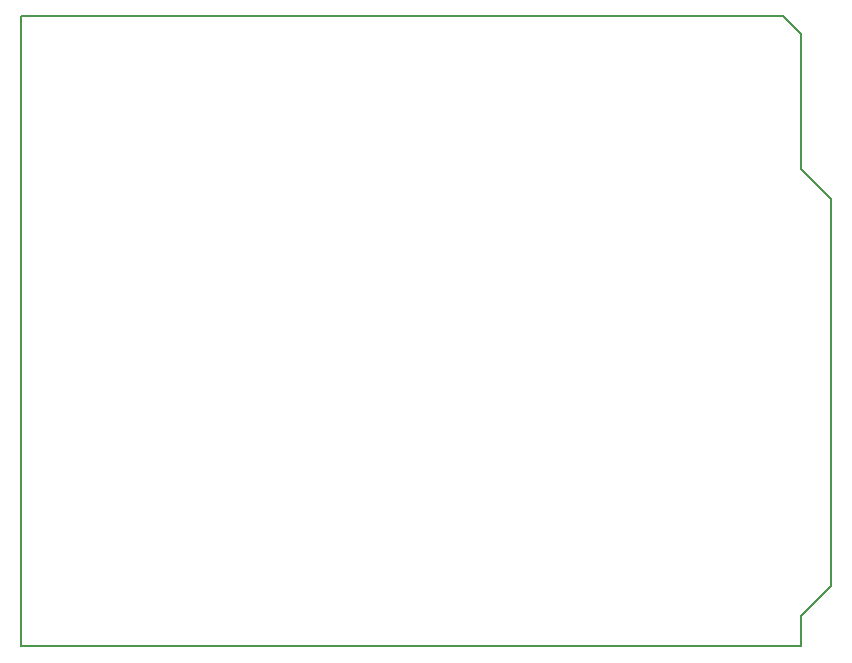
<source format=gbr>
G04 #@! TF.GenerationSoftware,KiCad,Pcbnew,(5.0.0)*
G04 #@! TF.CreationDate,2019-03-29T10:48:20+00:00*
G04 #@! TF.ProjectId,Actuators,4163747561746F72732E6B696361645F,rev?*
G04 #@! TF.SameCoordinates,Original*
G04 #@! TF.FileFunction,Profile,NP*
%FSLAX46Y46*%
G04 Gerber Fmt 4.6, Leading zero omitted, Abs format (unit mm)*
G04 Created by KiCad (PCBNEW (5.0.0)) date 03/29/19 10:48:20*
%MOMM*%
%LPD*%
G01*
G04 APERTURE LIST*
%ADD10C,0.150000*%
G04 APERTURE END LIST*
D10*
X177038000Y-74549000D02*
X175514000Y-73025000D01*
X177038000Y-85979000D02*
X177038000Y-74549000D01*
X179578000Y-88519000D02*
X177038000Y-85979000D01*
X179578000Y-121285000D02*
X179578000Y-88519000D01*
X177038000Y-123825000D02*
X179578000Y-121285000D01*
X177038000Y-126365000D02*
X177038000Y-123825000D01*
X110998000Y-126365000D02*
X177038000Y-126365000D01*
X110998000Y-73025000D02*
X110998000Y-126365000D01*
X175514000Y-73025000D02*
X110998000Y-73025000D01*
M02*

</source>
